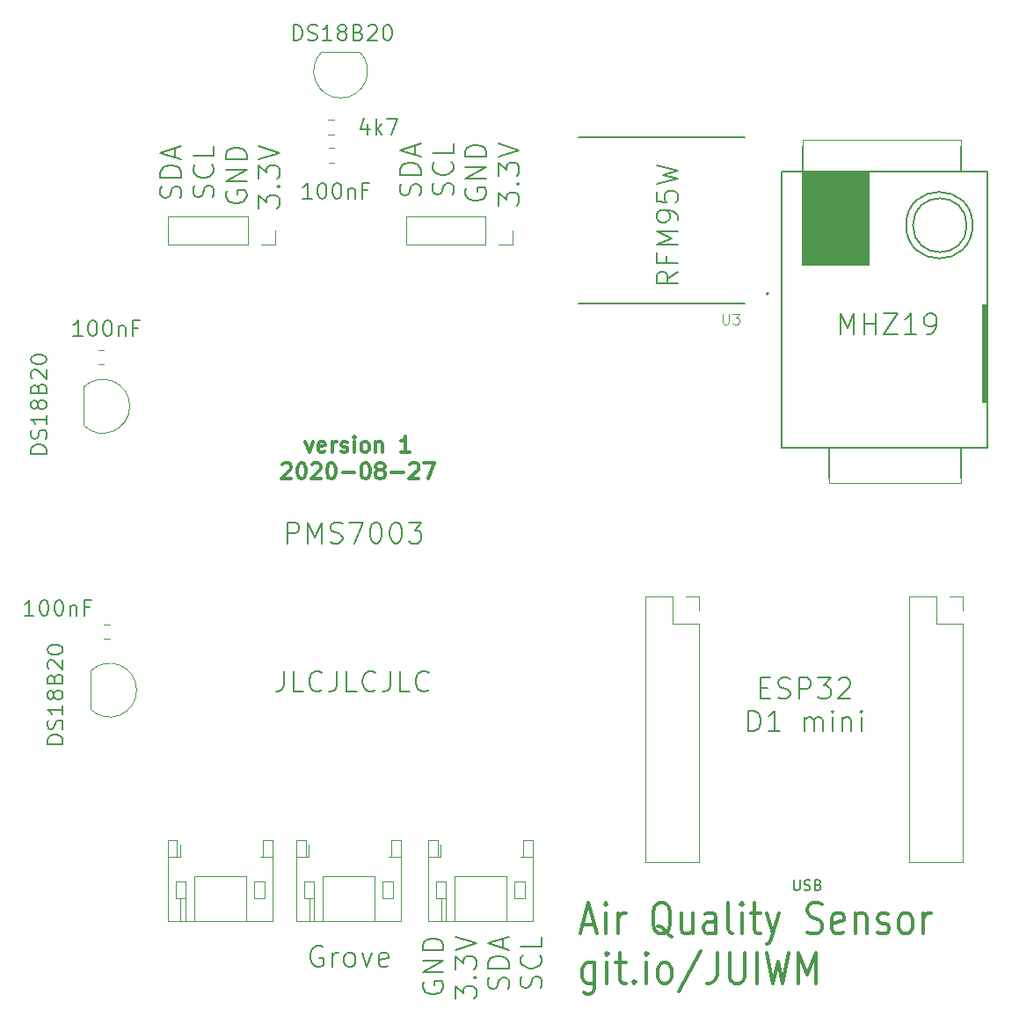
<source format=gbr>
%TF.GenerationSoftware,KiCad,Pcbnew,(5.1.6-0-10_14)*%
%TF.CreationDate,2020-08-27T22:21:12+02:00*%
%TF.ProjectId,airquality,61697271-7561-46c6-9974-792e6b696361,rev?*%
%TF.SameCoordinates,Original*%
%TF.FileFunction,Legend,Top*%
%TF.FilePolarity,Positive*%
%FSLAX46Y46*%
G04 Gerber Fmt 4.6, Leading zero omitted, Abs format (unit mm)*
G04 Created by KiCad (PCBNEW (5.1.6-0-10_14)) date 2020-08-27 22:21:12*
%MOMM*%
%LPD*%
G01*
G04 APERTURE LIST*
%ADD10C,0.300000*%
%ADD11C,0.150000*%
%ADD12C,0.120000*%
%ADD13C,0.200000*%
%ADD14C,0.127000*%
%ADD15C,0.100000*%
%ADD16C,0.015000*%
G04 APERTURE END LIST*
D10*
X129294571Y-101629171D02*
X129651714Y-102629171D01*
X130008857Y-101629171D01*
X131151714Y-102557742D02*
X131008857Y-102629171D01*
X130723142Y-102629171D01*
X130580285Y-102557742D01*
X130508857Y-102414885D01*
X130508857Y-101843457D01*
X130580285Y-101700600D01*
X130723142Y-101629171D01*
X131008857Y-101629171D01*
X131151714Y-101700600D01*
X131223142Y-101843457D01*
X131223142Y-101986314D01*
X130508857Y-102129171D01*
X131866000Y-102629171D02*
X131866000Y-101629171D01*
X131866000Y-101914885D02*
X131937428Y-101772028D01*
X132008857Y-101700600D01*
X132151714Y-101629171D01*
X132294571Y-101629171D01*
X132723142Y-102557742D02*
X132866000Y-102629171D01*
X133151714Y-102629171D01*
X133294571Y-102557742D01*
X133366000Y-102414885D01*
X133366000Y-102343457D01*
X133294571Y-102200600D01*
X133151714Y-102129171D01*
X132937428Y-102129171D01*
X132794571Y-102057742D01*
X132723142Y-101914885D01*
X132723142Y-101843457D01*
X132794571Y-101700600D01*
X132937428Y-101629171D01*
X133151714Y-101629171D01*
X133294571Y-101700600D01*
X134008857Y-102629171D02*
X134008857Y-101629171D01*
X134008857Y-101129171D02*
X133937428Y-101200600D01*
X134008857Y-101272028D01*
X134080285Y-101200600D01*
X134008857Y-101129171D01*
X134008857Y-101272028D01*
X134937428Y-102629171D02*
X134794571Y-102557742D01*
X134723142Y-102486314D01*
X134651714Y-102343457D01*
X134651714Y-101914885D01*
X134723142Y-101772028D01*
X134794571Y-101700600D01*
X134937428Y-101629171D01*
X135151714Y-101629171D01*
X135294571Y-101700600D01*
X135366000Y-101772028D01*
X135437428Y-101914885D01*
X135437428Y-102343457D01*
X135366000Y-102486314D01*
X135294571Y-102557742D01*
X135151714Y-102629171D01*
X134937428Y-102629171D01*
X136080285Y-101629171D02*
X136080285Y-102629171D01*
X136080285Y-101772028D02*
X136151714Y-101700600D01*
X136294571Y-101629171D01*
X136508857Y-101629171D01*
X136651714Y-101700600D01*
X136723142Y-101843457D01*
X136723142Y-102629171D01*
X139366000Y-102629171D02*
X138508857Y-102629171D01*
X138937428Y-102629171D02*
X138937428Y-101129171D01*
X138794571Y-101343457D01*
X138651714Y-101486314D01*
X138508857Y-101557742D01*
X127080285Y-103822028D02*
X127151714Y-103750600D01*
X127294571Y-103679171D01*
X127651714Y-103679171D01*
X127794571Y-103750600D01*
X127866000Y-103822028D01*
X127937428Y-103964885D01*
X127937428Y-104107742D01*
X127866000Y-104322028D01*
X127008857Y-105179171D01*
X127937428Y-105179171D01*
X128866000Y-103679171D02*
X129008857Y-103679171D01*
X129151714Y-103750600D01*
X129223142Y-103822028D01*
X129294571Y-103964885D01*
X129366000Y-104250600D01*
X129366000Y-104607742D01*
X129294571Y-104893457D01*
X129223142Y-105036314D01*
X129151714Y-105107742D01*
X129008857Y-105179171D01*
X128866000Y-105179171D01*
X128723142Y-105107742D01*
X128651714Y-105036314D01*
X128580285Y-104893457D01*
X128508857Y-104607742D01*
X128508857Y-104250600D01*
X128580285Y-103964885D01*
X128651714Y-103822028D01*
X128723142Y-103750600D01*
X128866000Y-103679171D01*
X129937428Y-103822028D02*
X130008857Y-103750600D01*
X130151714Y-103679171D01*
X130508857Y-103679171D01*
X130651714Y-103750600D01*
X130723142Y-103822028D01*
X130794571Y-103964885D01*
X130794571Y-104107742D01*
X130723142Y-104322028D01*
X129866000Y-105179171D01*
X130794571Y-105179171D01*
X131723142Y-103679171D02*
X131866000Y-103679171D01*
X132008857Y-103750600D01*
X132080285Y-103822028D01*
X132151714Y-103964885D01*
X132223142Y-104250600D01*
X132223142Y-104607742D01*
X132151714Y-104893457D01*
X132080285Y-105036314D01*
X132008857Y-105107742D01*
X131866000Y-105179171D01*
X131723142Y-105179171D01*
X131580285Y-105107742D01*
X131508857Y-105036314D01*
X131437428Y-104893457D01*
X131366000Y-104607742D01*
X131366000Y-104250600D01*
X131437428Y-103964885D01*
X131508857Y-103822028D01*
X131580285Y-103750600D01*
X131723142Y-103679171D01*
X132866000Y-104607742D02*
X134008857Y-104607742D01*
X135008857Y-103679171D02*
X135151714Y-103679171D01*
X135294571Y-103750600D01*
X135366000Y-103822028D01*
X135437428Y-103964885D01*
X135508857Y-104250600D01*
X135508857Y-104607742D01*
X135437428Y-104893457D01*
X135366000Y-105036314D01*
X135294571Y-105107742D01*
X135151714Y-105179171D01*
X135008857Y-105179171D01*
X134866000Y-105107742D01*
X134794571Y-105036314D01*
X134723142Y-104893457D01*
X134651714Y-104607742D01*
X134651714Y-104250600D01*
X134723142Y-103964885D01*
X134794571Y-103822028D01*
X134866000Y-103750600D01*
X135008857Y-103679171D01*
X136366000Y-104322028D02*
X136223142Y-104250600D01*
X136151714Y-104179171D01*
X136080285Y-104036314D01*
X136080285Y-103964885D01*
X136151714Y-103822028D01*
X136223142Y-103750600D01*
X136366000Y-103679171D01*
X136651714Y-103679171D01*
X136794571Y-103750600D01*
X136866000Y-103822028D01*
X136937428Y-103964885D01*
X136937428Y-104036314D01*
X136866000Y-104179171D01*
X136794571Y-104250600D01*
X136651714Y-104322028D01*
X136366000Y-104322028D01*
X136223142Y-104393457D01*
X136151714Y-104464885D01*
X136080285Y-104607742D01*
X136080285Y-104893457D01*
X136151714Y-105036314D01*
X136223142Y-105107742D01*
X136366000Y-105179171D01*
X136651714Y-105179171D01*
X136794571Y-105107742D01*
X136866000Y-105036314D01*
X136937428Y-104893457D01*
X136937428Y-104607742D01*
X136866000Y-104464885D01*
X136794571Y-104393457D01*
X136651714Y-104322028D01*
X137580285Y-104607742D02*
X138723142Y-104607742D01*
X139366000Y-103822028D02*
X139437428Y-103750600D01*
X139580285Y-103679171D01*
X139937428Y-103679171D01*
X140080285Y-103750600D01*
X140151714Y-103822028D01*
X140223142Y-103964885D01*
X140223142Y-104107742D01*
X140151714Y-104322028D01*
X139294571Y-105179171D01*
X140223142Y-105179171D01*
X140723142Y-103679171D02*
X141723142Y-103679171D01*
X141080285Y-105179171D01*
X155966790Y-148112400D02*
X157157266Y-148112400D01*
X155728695Y-148969542D02*
X156562028Y-145969542D01*
X157395361Y-148969542D01*
X158228695Y-148969542D02*
X158228695Y-146969542D01*
X158228695Y-145969542D02*
X158109647Y-146112400D01*
X158228695Y-146255257D01*
X158347742Y-146112400D01*
X158228695Y-145969542D01*
X158228695Y-146255257D01*
X159419171Y-148969542D02*
X159419171Y-146969542D01*
X159419171Y-147540971D02*
X159538219Y-147255257D01*
X159657266Y-147112400D01*
X159895361Y-146969542D01*
X160133457Y-146969542D01*
X164538219Y-149255257D02*
X164300123Y-149112400D01*
X164062028Y-148826685D01*
X163704885Y-148398114D01*
X163466790Y-148255257D01*
X163228695Y-148255257D01*
X163347742Y-148969542D02*
X163109647Y-148826685D01*
X162871552Y-148540971D01*
X162752504Y-147969542D01*
X162752504Y-146969542D01*
X162871552Y-146398114D01*
X163109647Y-146112400D01*
X163347742Y-145969542D01*
X163823933Y-145969542D01*
X164062028Y-146112400D01*
X164300123Y-146398114D01*
X164419171Y-146969542D01*
X164419171Y-147969542D01*
X164300123Y-148540971D01*
X164062028Y-148826685D01*
X163823933Y-148969542D01*
X163347742Y-148969542D01*
X166562028Y-146969542D02*
X166562028Y-148969542D01*
X165490600Y-146969542D02*
X165490600Y-148540971D01*
X165609647Y-148826685D01*
X165847742Y-148969542D01*
X166204885Y-148969542D01*
X166442980Y-148826685D01*
X166562028Y-148683828D01*
X168823933Y-148969542D02*
X168823933Y-147398114D01*
X168704885Y-147112400D01*
X168466790Y-146969542D01*
X167990600Y-146969542D01*
X167752504Y-147112400D01*
X168823933Y-148826685D02*
X168585838Y-148969542D01*
X167990600Y-148969542D01*
X167752504Y-148826685D01*
X167633457Y-148540971D01*
X167633457Y-148255257D01*
X167752504Y-147969542D01*
X167990600Y-147826685D01*
X168585838Y-147826685D01*
X168823933Y-147683828D01*
X170371552Y-148969542D02*
X170133457Y-148826685D01*
X170014409Y-148540971D01*
X170014409Y-145969542D01*
X171323933Y-148969542D02*
X171323933Y-146969542D01*
X171323933Y-145969542D02*
X171204885Y-146112400D01*
X171323933Y-146255257D01*
X171442980Y-146112400D01*
X171323933Y-145969542D01*
X171323933Y-146255257D01*
X172157266Y-146969542D02*
X173109647Y-146969542D01*
X172514409Y-145969542D02*
X172514409Y-148540971D01*
X172633457Y-148826685D01*
X172871552Y-148969542D01*
X173109647Y-148969542D01*
X173704885Y-146969542D02*
X174300123Y-148969542D01*
X174895361Y-146969542D02*
X174300123Y-148969542D01*
X174062028Y-149683828D01*
X173942980Y-149826685D01*
X173704885Y-149969542D01*
X177633457Y-148826685D02*
X177990600Y-148969542D01*
X178585838Y-148969542D01*
X178823933Y-148826685D01*
X178942980Y-148683828D01*
X179062028Y-148398114D01*
X179062028Y-148112400D01*
X178942980Y-147826685D01*
X178823933Y-147683828D01*
X178585838Y-147540971D01*
X178109647Y-147398114D01*
X177871552Y-147255257D01*
X177752504Y-147112400D01*
X177633457Y-146826685D01*
X177633457Y-146540971D01*
X177752504Y-146255257D01*
X177871552Y-146112400D01*
X178109647Y-145969542D01*
X178704885Y-145969542D01*
X179062028Y-146112400D01*
X181085838Y-148826685D02*
X180847742Y-148969542D01*
X180371552Y-148969542D01*
X180133457Y-148826685D01*
X180014409Y-148540971D01*
X180014409Y-147398114D01*
X180133457Y-147112400D01*
X180371552Y-146969542D01*
X180847742Y-146969542D01*
X181085838Y-147112400D01*
X181204885Y-147398114D01*
X181204885Y-147683828D01*
X180014409Y-147969542D01*
X182276314Y-146969542D02*
X182276314Y-148969542D01*
X182276314Y-147255257D02*
X182395361Y-147112400D01*
X182633457Y-146969542D01*
X182990600Y-146969542D01*
X183228695Y-147112400D01*
X183347742Y-147398114D01*
X183347742Y-148969542D01*
X184419171Y-148826685D02*
X184657266Y-148969542D01*
X185133457Y-148969542D01*
X185371552Y-148826685D01*
X185490600Y-148540971D01*
X185490600Y-148398114D01*
X185371552Y-148112400D01*
X185133457Y-147969542D01*
X184776314Y-147969542D01*
X184538219Y-147826685D01*
X184419171Y-147540971D01*
X184419171Y-147398114D01*
X184538219Y-147112400D01*
X184776314Y-146969542D01*
X185133457Y-146969542D01*
X185371552Y-147112400D01*
X186919171Y-148969542D02*
X186681076Y-148826685D01*
X186562028Y-148683828D01*
X186442980Y-148398114D01*
X186442980Y-147540971D01*
X186562028Y-147255257D01*
X186681076Y-147112400D01*
X186919171Y-146969542D01*
X187276314Y-146969542D01*
X187514409Y-147112400D01*
X187633457Y-147255257D01*
X187752504Y-147540971D01*
X187752504Y-148398114D01*
X187633457Y-148683828D01*
X187514409Y-148826685D01*
X187276314Y-148969542D01*
X186919171Y-148969542D01*
X188823933Y-148969542D02*
X188823933Y-146969542D01*
X188823933Y-147540971D02*
X188942980Y-147255257D01*
X189062028Y-147112400D01*
X189300123Y-146969542D01*
X189538219Y-146969542D01*
X157157266Y-151769542D02*
X157157266Y-154198114D01*
X157038219Y-154483828D01*
X156919171Y-154626685D01*
X156681076Y-154769542D01*
X156323933Y-154769542D01*
X156085838Y-154626685D01*
X157157266Y-153626685D02*
X156919171Y-153769542D01*
X156442980Y-153769542D01*
X156204885Y-153626685D01*
X156085838Y-153483828D01*
X155966790Y-153198114D01*
X155966790Y-152340971D01*
X156085838Y-152055257D01*
X156204885Y-151912400D01*
X156442980Y-151769542D01*
X156919171Y-151769542D01*
X157157266Y-151912400D01*
X158347742Y-153769542D02*
X158347742Y-151769542D01*
X158347742Y-150769542D02*
X158228695Y-150912400D01*
X158347742Y-151055257D01*
X158466790Y-150912400D01*
X158347742Y-150769542D01*
X158347742Y-151055257D01*
X159181076Y-151769542D02*
X160133457Y-151769542D01*
X159538219Y-150769542D02*
X159538219Y-153340971D01*
X159657266Y-153626685D01*
X159895361Y-153769542D01*
X160133457Y-153769542D01*
X160966790Y-153483828D02*
X161085838Y-153626685D01*
X160966790Y-153769542D01*
X160847742Y-153626685D01*
X160966790Y-153483828D01*
X160966790Y-153769542D01*
X162157266Y-153769542D02*
X162157266Y-151769542D01*
X162157266Y-150769542D02*
X162038219Y-150912400D01*
X162157266Y-151055257D01*
X162276314Y-150912400D01*
X162157266Y-150769542D01*
X162157266Y-151055257D01*
X163704885Y-153769542D02*
X163466790Y-153626685D01*
X163347742Y-153483828D01*
X163228695Y-153198114D01*
X163228695Y-152340971D01*
X163347742Y-152055257D01*
X163466790Y-151912400D01*
X163704885Y-151769542D01*
X164062028Y-151769542D01*
X164300123Y-151912400D01*
X164419171Y-152055257D01*
X164538219Y-152340971D01*
X164538219Y-153198114D01*
X164419171Y-153483828D01*
X164300123Y-153626685D01*
X164062028Y-153769542D01*
X163704885Y-153769542D01*
X167395361Y-150626685D02*
X165252504Y-154483828D01*
X168942980Y-150769542D02*
X168942980Y-152912400D01*
X168823933Y-153340971D01*
X168585838Y-153626685D01*
X168228695Y-153769542D01*
X167990600Y-153769542D01*
X170133457Y-150769542D02*
X170133457Y-153198114D01*
X170252504Y-153483828D01*
X170371552Y-153626685D01*
X170609647Y-153769542D01*
X171085838Y-153769542D01*
X171323933Y-153626685D01*
X171442980Y-153483828D01*
X171562028Y-153198114D01*
X171562028Y-150769542D01*
X172752504Y-153769542D02*
X172752504Y-150769542D01*
X173704885Y-150769542D02*
X174300123Y-153769542D01*
X174776314Y-151626685D01*
X175252504Y-153769542D01*
X175847742Y-150769542D01*
X176800123Y-153769542D02*
X176800123Y-150769542D01*
X177633457Y-152912400D01*
X178466790Y-150769542D01*
X178466790Y-153769542D01*
D11*
X176334895Y-143775180D02*
X176334895Y-144584704D01*
X176382514Y-144679942D01*
X176430133Y-144727561D01*
X176525371Y-144775180D01*
X176715847Y-144775180D01*
X176811085Y-144727561D01*
X176858704Y-144679942D01*
X176906323Y-144584704D01*
X176906323Y-143775180D01*
X177334895Y-144727561D02*
X177477752Y-144775180D01*
X177715847Y-144775180D01*
X177811085Y-144727561D01*
X177858704Y-144679942D01*
X177906323Y-144584704D01*
X177906323Y-144489466D01*
X177858704Y-144394228D01*
X177811085Y-144346609D01*
X177715847Y-144298990D01*
X177525371Y-144251371D01*
X177430133Y-144203752D01*
X177382514Y-144156133D01*
X177334895Y-144060895D01*
X177334895Y-143965657D01*
X177382514Y-143870419D01*
X177430133Y-143822800D01*
X177525371Y-143775180D01*
X177763466Y-143775180D01*
X177906323Y-143822800D01*
X178668228Y-144251371D02*
X178811085Y-144298990D01*
X178858704Y-144346609D01*
X178906323Y-144441847D01*
X178906323Y-144584704D01*
X178858704Y-144679942D01*
X178811085Y-144727561D01*
X178715847Y-144775180D01*
X178334895Y-144775180D01*
X178334895Y-143775180D01*
X178668228Y-143775180D01*
X178763466Y-143822800D01*
X178811085Y-143870419D01*
X178858704Y-143965657D01*
X178858704Y-144060895D01*
X178811085Y-144156133D01*
X178763466Y-144203752D01*
X178668228Y-144251371D01*
X178334895Y-144251371D01*
X127191333Y-123669561D02*
X127191333Y-125098133D01*
X127096095Y-125383847D01*
X126905619Y-125574323D01*
X126619904Y-125669561D01*
X126429428Y-125669561D01*
X129096095Y-125669561D02*
X128143714Y-125669561D01*
X128143714Y-123669561D01*
X130905619Y-125479085D02*
X130810380Y-125574323D01*
X130524666Y-125669561D01*
X130334190Y-125669561D01*
X130048476Y-125574323D01*
X129858000Y-125383847D01*
X129762761Y-125193371D01*
X129667523Y-124812419D01*
X129667523Y-124526704D01*
X129762761Y-124145752D01*
X129858000Y-123955276D01*
X130048476Y-123764800D01*
X130334190Y-123669561D01*
X130524666Y-123669561D01*
X130810380Y-123764800D01*
X130905619Y-123860038D01*
X132334190Y-123669561D02*
X132334190Y-125098133D01*
X132238952Y-125383847D01*
X132048476Y-125574323D01*
X131762761Y-125669561D01*
X131572285Y-125669561D01*
X134238952Y-125669561D02*
X133286571Y-125669561D01*
X133286571Y-123669561D01*
X136048476Y-125479085D02*
X135953238Y-125574323D01*
X135667523Y-125669561D01*
X135477047Y-125669561D01*
X135191333Y-125574323D01*
X135000857Y-125383847D01*
X134905619Y-125193371D01*
X134810380Y-124812419D01*
X134810380Y-124526704D01*
X134905619Y-124145752D01*
X135000857Y-123955276D01*
X135191333Y-123764800D01*
X135477047Y-123669561D01*
X135667523Y-123669561D01*
X135953238Y-123764800D01*
X136048476Y-123860038D01*
X137477047Y-123669561D02*
X137477047Y-125098133D01*
X137381809Y-125383847D01*
X137191333Y-125574323D01*
X136905619Y-125669561D01*
X136715142Y-125669561D01*
X139381809Y-125669561D02*
X138429428Y-125669561D01*
X138429428Y-123669561D01*
X141191333Y-125479085D02*
X141096095Y-125574323D01*
X140810380Y-125669561D01*
X140619904Y-125669561D01*
X140334190Y-125574323D01*
X140143714Y-125383847D01*
X140048476Y-125193371D01*
X139953238Y-124812419D01*
X139953238Y-124526704D01*
X140048476Y-124145752D01*
X140143714Y-123955276D01*
X140334190Y-123764800D01*
X140619904Y-123669561D01*
X140810380Y-123669561D01*
X141096095Y-123764800D01*
X141191333Y-123860038D01*
X127531028Y-111394761D02*
X127531028Y-109394761D01*
X128292933Y-109394761D01*
X128483409Y-109490000D01*
X128578647Y-109585238D01*
X128673885Y-109775714D01*
X128673885Y-110061428D01*
X128578647Y-110251904D01*
X128483409Y-110347142D01*
X128292933Y-110442380D01*
X127531028Y-110442380D01*
X129531028Y-111394761D02*
X129531028Y-109394761D01*
X130197695Y-110823333D01*
X130864361Y-109394761D01*
X130864361Y-111394761D01*
X131721504Y-111299523D02*
X132007219Y-111394761D01*
X132483409Y-111394761D01*
X132673885Y-111299523D01*
X132769123Y-111204285D01*
X132864361Y-111013809D01*
X132864361Y-110823333D01*
X132769123Y-110632857D01*
X132673885Y-110537619D01*
X132483409Y-110442380D01*
X132102457Y-110347142D01*
X131911980Y-110251904D01*
X131816742Y-110156666D01*
X131721504Y-109966190D01*
X131721504Y-109775714D01*
X131816742Y-109585238D01*
X131911980Y-109490000D01*
X132102457Y-109394761D01*
X132578647Y-109394761D01*
X132864361Y-109490000D01*
X133531028Y-109394761D02*
X134864361Y-109394761D01*
X134007219Y-111394761D01*
X136007219Y-109394761D02*
X136197695Y-109394761D01*
X136388171Y-109490000D01*
X136483409Y-109585238D01*
X136578647Y-109775714D01*
X136673885Y-110156666D01*
X136673885Y-110632857D01*
X136578647Y-111013809D01*
X136483409Y-111204285D01*
X136388171Y-111299523D01*
X136197695Y-111394761D01*
X136007219Y-111394761D01*
X135816742Y-111299523D01*
X135721504Y-111204285D01*
X135626266Y-111013809D01*
X135531028Y-110632857D01*
X135531028Y-110156666D01*
X135626266Y-109775714D01*
X135721504Y-109585238D01*
X135816742Y-109490000D01*
X136007219Y-109394761D01*
X137911980Y-109394761D02*
X138102457Y-109394761D01*
X138292933Y-109490000D01*
X138388171Y-109585238D01*
X138483409Y-109775714D01*
X138578647Y-110156666D01*
X138578647Y-110632857D01*
X138483409Y-111013809D01*
X138388171Y-111204285D01*
X138292933Y-111299523D01*
X138102457Y-111394761D01*
X137911980Y-111394761D01*
X137721504Y-111299523D01*
X137626266Y-111204285D01*
X137531028Y-111013809D01*
X137435790Y-110632857D01*
X137435790Y-110156666D01*
X137531028Y-109775714D01*
X137626266Y-109585238D01*
X137721504Y-109490000D01*
X137911980Y-109394761D01*
X139245314Y-109394761D02*
X140483409Y-109394761D01*
X139816742Y-110156666D01*
X140102457Y-110156666D01*
X140292933Y-110251904D01*
X140388171Y-110347142D01*
X140483409Y-110537619D01*
X140483409Y-111013809D01*
X140388171Y-111204285D01*
X140292933Y-111299523D01*
X140102457Y-111394761D01*
X139531028Y-111394761D01*
X139340552Y-111299523D01*
X139245314Y-111204285D01*
X180797771Y-91277961D02*
X180797771Y-89277961D01*
X181464438Y-90706533D01*
X182131104Y-89277961D01*
X182131104Y-91277961D01*
X183083485Y-91277961D02*
X183083485Y-89277961D01*
X183083485Y-90230342D02*
X184226342Y-90230342D01*
X184226342Y-91277961D02*
X184226342Y-89277961D01*
X184988247Y-89277961D02*
X186321580Y-89277961D01*
X184988247Y-91277961D01*
X186321580Y-91277961D01*
X188131104Y-91277961D02*
X186988247Y-91277961D01*
X187559676Y-91277961D02*
X187559676Y-89277961D01*
X187369200Y-89563676D01*
X187178723Y-89754152D01*
X186988247Y-89849390D01*
X189083485Y-91277961D02*
X189464438Y-91277961D01*
X189654914Y-91182723D01*
X189750152Y-91087485D01*
X189940628Y-90801771D01*
X190035866Y-90420819D01*
X190035866Y-89658914D01*
X189940628Y-89468438D01*
X189845390Y-89373200D01*
X189654914Y-89277961D01*
X189273961Y-89277961D01*
X189083485Y-89373200D01*
X188988247Y-89468438D01*
X188893009Y-89658914D01*
X188893009Y-90135104D01*
X188988247Y-90325580D01*
X189083485Y-90420819D01*
X189273961Y-90516057D01*
X189654914Y-90516057D01*
X189845390Y-90420819D01*
X189940628Y-90325580D01*
X190035866Y-90135104D01*
X165141161Y-85251371D02*
X164188780Y-85918038D01*
X165141161Y-86394228D02*
X163141161Y-86394228D01*
X163141161Y-85632323D01*
X163236400Y-85441847D01*
X163331638Y-85346609D01*
X163522114Y-85251371D01*
X163807828Y-85251371D01*
X163998304Y-85346609D01*
X164093542Y-85441847D01*
X164188780Y-85632323D01*
X164188780Y-86394228D01*
X164093542Y-83727561D02*
X164093542Y-84394228D01*
X165141161Y-84394228D02*
X163141161Y-84394228D01*
X163141161Y-83441847D01*
X165141161Y-82679942D02*
X163141161Y-82679942D01*
X164569733Y-82013276D01*
X163141161Y-81346609D01*
X165141161Y-81346609D01*
X165141161Y-80298990D02*
X165141161Y-79918038D01*
X165045923Y-79727561D01*
X164950685Y-79632323D01*
X164664971Y-79441847D01*
X164284019Y-79346609D01*
X163522114Y-79346609D01*
X163331638Y-79441847D01*
X163236400Y-79537085D01*
X163141161Y-79727561D01*
X163141161Y-80108514D01*
X163236400Y-80298990D01*
X163331638Y-80394228D01*
X163522114Y-80489466D01*
X163998304Y-80489466D01*
X164188780Y-80394228D01*
X164284019Y-80298990D01*
X164379257Y-80108514D01*
X164379257Y-79727561D01*
X164284019Y-79537085D01*
X164188780Y-79441847D01*
X163998304Y-79346609D01*
X163141161Y-77537085D02*
X163141161Y-78489466D01*
X164093542Y-78584704D01*
X163998304Y-78489466D01*
X163903066Y-78298990D01*
X163903066Y-77822800D01*
X163998304Y-77632323D01*
X164093542Y-77537085D01*
X164284019Y-77441847D01*
X164760209Y-77441847D01*
X164950685Y-77537085D01*
X165045923Y-77632323D01*
X165141161Y-77822800D01*
X165141161Y-78298990D01*
X165045923Y-78489466D01*
X164950685Y-78584704D01*
X163141161Y-76775180D02*
X165141161Y-76298990D01*
X163712590Y-75918038D01*
X165141161Y-75537085D01*
X163141161Y-75060895D01*
X135311485Y-71052571D02*
X135311485Y-72052571D01*
X134954342Y-70481142D02*
X134597200Y-71552571D01*
X135525771Y-71552571D01*
X136097200Y-72052571D02*
X136097200Y-70552571D01*
X136240057Y-71481142D02*
X136668628Y-72052571D01*
X136668628Y-71052571D02*
X136097200Y-71624000D01*
X137168628Y-70552571D02*
X138168628Y-70552571D01*
X137525771Y-72052571D01*
X129910971Y-78199371D02*
X129053828Y-78199371D01*
X129482400Y-78199371D02*
X129482400Y-76699371D01*
X129339542Y-76913657D01*
X129196685Y-77056514D01*
X129053828Y-77127942D01*
X130839542Y-76699371D02*
X130982400Y-76699371D01*
X131125257Y-76770800D01*
X131196685Y-76842228D01*
X131268114Y-76985085D01*
X131339542Y-77270800D01*
X131339542Y-77627942D01*
X131268114Y-77913657D01*
X131196685Y-78056514D01*
X131125257Y-78127942D01*
X130982400Y-78199371D01*
X130839542Y-78199371D01*
X130696685Y-78127942D01*
X130625257Y-78056514D01*
X130553828Y-77913657D01*
X130482400Y-77627942D01*
X130482400Y-77270800D01*
X130553828Y-76985085D01*
X130625257Y-76842228D01*
X130696685Y-76770800D01*
X130839542Y-76699371D01*
X132268114Y-76699371D02*
X132410971Y-76699371D01*
X132553828Y-76770800D01*
X132625257Y-76842228D01*
X132696685Y-76985085D01*
X132768114Y-77270800D01*
X132768114Y-77627942D01*
X132696685Y-77913657D01*
X132625257Y-78056514D01*
X132553828Y-78127942D01*
X132410971Y-78199371D01*
X132268114Y-78199371D01*
X132125257Y-78127942D01*
X132053828Y-78056514D01*
X131982400Y-77913657D01*
X131910971Y-77627942D01*
X131910971Y-77270800D01*
X131982400Y-76985085D01*
X132053828Y-76842228D01*
X132125257Y-76770800D01*
X132268114Y-76699371D01*
X133410971Y-77199371D02*
X133410971Y-78199371D01*
X133410971Y-77342228D02*
X133482400Y-77270800D01*
X133625257Y-77199371D01*
X133839542Y-77199371D01*
X133982400Y-77270800D01*
X134053828Y-77413657D01*
X134053828Y-78199371D01*
X135268114Y-77413657D02*
X134768114Y-77413657D01*
X134768114Y-78199371D02*
X134768114Y-76699371D01*
X135482400Y-76699371D01*
X103139371Y-118331371D02*
X102282228Y-118331371D01*
X102710800Y-118331371D02*
X102710800Y-116831371D01*
X102567942Y-117045657D01*
X102425085Y-117188514D01*
X102282228Y-117259942D01*
X104067942Y-116831371D02*
X104210800Y-116831371D01*
X104353657Y-116902800D01*
X104425085Y-116974228D01*
X104496514Y-117117085D01*
X104567942Y-117402800D01*
X104567942Y-117759942D01*
X104496514Y-118045657D01*
X104425085Y-118188514D01*
X104353657Y-118259942D01*
X104210800Y-118331371D01*
X104067942Y-118331371D01*
X103925085Y-118259942D01*
X103853657Y-118188514D01*
X103782228Y-118045657D01*
X103710800Y-117759942D01*
X103710800Y-117402800D01*
X103782228Y-117117085D01*
X103853657Y-116974228D01*
X103925085Y-116902800D01*
X104067942Y-116831371D01*
X105496514Y-116831371D02*
X105639371Y-116831371D01*
X105782228Y-116902800D01*
X105853657Y-116974228D01*
X105925085Y-117117085D01*
X105996514Y-117402800D01*
X105996514Y-117759942D01*
X105925085Y-118045657D01*
X105853657Y-118188514D01*
X105782228Y-118259942D01*
X105639371Y-118331371D01*
X105496514Y-118331371D01*
X105353657Y-118259942D01*
X105282228Y-118188514D01*
X105210800Y-118045657D01*
X105139371Y-117759942D01*
X105139371Y-117402800D01*
X105210800Y-117117085D01*
X105282228Y-116974228D01*
X105353657Y-116902800D01*
X105496514Y-116831371D01*
X106639371Y-117331371D02*
X106639371Y-118331371D01*
X106639371Y-117474228D02*
X106710800Y-117402800D01*
X106853657Y-117331371D01*
X107067942Y-117331371D01*
X107210800Y-117402800D01*
X107282228Y-117545657D01*
X107282228Y-118331371D01*
X108496514Y-117545657D02*
X107996514Y-117545657D01*
X107996514Y-118331371D02*
X107996514Y-116831371D01*
X108710800Y-116831371D01*
X107812971Y-91458171D02*
X106955828Y-91458171D01*
X107384400Y-91458171D02*
X107384400Y-89958171D01*
X107241542Y-90172457D01*
X107098685Y-90315314D01*
X106955828Y-90386742D01*
X108741542Y-89958171D02*
X108884400Y-89958171D01*
X109027257Y-90029600D01*
X109098685Y-90101028D01*
X109170114Y-90243885D01*
X109241542Y-90529600D01*
X109241542Y-90886742D01*
X109170114Y-91172457D01*
X109098685Y-91315314D01*
X109027257Y-91386742D01*
X108884400Y-91458171D01*
X108741542Y-91458171D01*
X108598685Y-91386742D01*
X108527257Y-91315314D01*
X108455828Y-91172457D01*
X108384400Y-90886742D01*
X108384400Y-90529600D01*
X108455828Y-90243885D01*
X108527257Y-90101028D01*
X108598685Y-90029600D01*
X108741542Y-89958171D01*
X110170114Y-89958171D02*
X110312971Y-89958171D01*
X110455828Y-90029600D01*
X110527257Y-90101028D01*
X110598685Y-90243885D01*
X110670114Y-90529600D01*
X110670114Y-90886742D01*
X110598685Y-91172457D01*
X110527257Y-91315314D01*
X110455828Y-91386742D01*
X110312971Y-91458171D01*
X110170114Y-91458171D01*
X110027257Y-91386742D01*
X109955828Y-91315314D01*
X109884400Y-91172457D01*
X109812971Y-90886742D01*
X109812971Y-90529600D01*
X109884400Y-90243885D01*
X109955828Y-90101028D01*
X110027257Y-90029600D01*
X110170114Y-89958171D01*
X111312971Y-90458171D02*
X111312971Y-91458171D01*
X111312971Y-90601028D02*
X111384400Y-90529600D01*
X111527257Y-90458171D01*
X111741542Y-90458171D01*
X111884400Y-90529600D01*
X111955828Y-90672457D01*
X111955828Y-91458171D01*
X113170114Y-90672457D02*
X112670114Y-90672457D01*
X112670114Y-91458171D02*
X112670114Y-89958171D01*
X113384400Y-89958171D01*
X128127714Y-63010171D02*
X128127714Y-61510171D01*
X128484857Y-61510171D01*
X128699142Y-61581600D01*
X128842000Y-61724457D01*
X128913428Y-61867314D01*
X128984857Y-62153028D01*
X128984857Y-62367314D01*
X128913428Y-62653028D01*
X128842000Y-62795885D01*
X128699142Y-62938742D01*
X128484857Y-63010171D01*
X128127714Y-63010171D01*
X129556285Y-62938742D02*
X129770571Y-63010171D01*
X130127714Y-63010171D01*
X130270571Y-62938742D01*
X130342000Y-62867314D01*
X130413428Y-62724457D01*
X130413428Y-62581600D01*
X130342000Y-62438742D01*
X130270571Y-62367314D01*
X130127714Y-62295885D01*
X129842000Y-62224457D01*
X129699142Y-62153028D01*
X129627714Y-62081600D01*
X129556285Y-61938742D01*
X129556285Y-61795885D01*
X129627714Y-61653028D01*
X129699142Y-61581600D01*
X129842000Y-61510171D01*
X130199142Y-61510171D01*
X130413428Y-61581600D01*
X131842000Y-63010171D02*
X130984857Y-63010171D01*
X131413428Y-63010171D02*
X131413428Y-61510171D01*
X131270571Y-61724457D01*
X131127714Y-61867314D01*
X130984857Y-61938742D01*
X132699142Y-62153028D02*
X132556285Y-62081600D01*
X132484857Y-62010171D01*
X132413428Y-61867314D01*
X132413428Y-61795885D01*
X132484857Y-61653028D01*
X132556285Y-61581600D01*
X132699142Y-61510171D01*
X132984857Y-61510171D01*
X133127714Y-61581600D01*
X133199142Y-61653028D01*
X133270571Y-61795885D01*
X133270571Y-61867314D01*
X133199142Y-62010171D01*
X133127714Y-62081600D01*
X132984857Y-62153028D01*
X132699142Y-62153028D01*
X132556285Y-62224457D01*
X132484857Y-62295885D01*
X132413428Y-62438742D01*
X132413428Y-62724457D01*
X132484857Y-62867314D01*
X132556285Y-62938742D01*
X132699142Y-63010171D01*
X132984857Y-63010171D01*
X133127714Y-62938742D01*
X133199142Y-62867314D01*
X133270571Y-62724457D01*
X133270571Y-62438742D01*
X133199142Y-62295885D01*
X133127714Y-62224457D01*
X132984857Y-62153028D01*
X134413428Y-62224457D02*
X134627714Y-62295885D01*
X134699142Y-62367314D01*
X134770571Y-62510171D01*
X134770571Y-62724457D01*
X134699142Y-62867314D01*
X134627714Y-62938742D01*
X134484857Y-63010171D01*
X133913428Y-63010171D01*
X133913428Y-61510171D01*
X134413428Y-61510171D01*
X134556285Y-61581600D01*
X134627714Y-61653028D01*
X134699142Y-61795885D01*
X134699142Y-61938742D01*
X134627714Y-62081600D01*
X134556285Y-62153028D01*
X134413428Y-62224457D01*
X133913428Y-62224457D01*
X135342000Y-61653028D02*
X135413428Y-61581600D01*
X135556285Y-61510171D01*
X135913428Y-61510171D01*
X136056285Y-61581600D01*
X136127714Y-61653028D01*
X136199142Y-61795885D01*
X136199142Y-61938742D01*
X136127714Y-62153028D01*
X135270571Y-63010171D01*
X136199142Y-63010171D01*
X137127714Y-61510171D02*
X137270571Y-61510171D01*
X137413428Y-61581600D01*
X137484857Y-61653028D01*
X137556285Y-61795885D01*
X137627714Y-62081600D01*
X137627714Y-62438742D01*
X137556285Y-62724457D01*
X137484857Y-62867314D01*
X137413428Y-62938742D01*
X137270571Y-63010171D01*
X137127714Y-63010171D01*
X136984857Y-62938742D01*
X136913428Y-62867314D01*
X136842000Y-62724457D01*
X136770571Y-62438742D01*
X136770571Y-62081600D01*
X136842000Y-61795885D01*
X136913428Y-61653028D01*
X136984857Y-61581600D01*
X137127714Y-61510171D01*
X104361371Y-102758285D02*
X102861371Y-102758285D01*
X102861371Y-102401142D01*
X102932800Y-102186857D01*
X103075657Y-102044000D01*
X103218514Y-101972571D01*
X103504228Y-101901142D01*
X103718514Y-101901142D01*
X104004228Y-101972571D01*
X104147085Y-102044000D01*
X104289942Y-102186857D01*
X104361371Y-102401142D01*
X104361371Y-102758285D01*
X104289942Y-101329714D02*
X104361371Y-101115428D01*
X104361371Y-100758285D01*
X104289942Y-100615428D01*
X104218514Y-100544000D01*
X104075657Y-100472571D01*
X103932800Y-100472571D01*
X103789942Y-100544000D01*
X103718514Y-100615428D01*
X103647085Y-100758285D01*
X103575657Y-101044000D01*
X103504228Y-101186857D01*
X103432800Y-101258285D01*
X103289942Y-101329714D01*
X103147085Y-101329714D01*
X103004228Y-101258285D01*
X102932800Y-101186857D01*
X102861371Y-101044000D01*
X102861371Y-100686857D01*
X102932800Y-100472571D01*
X104361371Y-99044000D02*
X104361371Y-99901142D01*
X104361371Y-99472571D02*
X102861371Y-99472571D01*
X103075657Y-99615428D01*
X103218514Y-99758285D01*
X103289942Y-99901142D01*
X103504228Y-98186857D02*
X103432800Y-98329714D01*
X103361371Y-98401142D01*
X103218514Y-98472571D01*
X103147085Y-98472571D01*
X103004228Y-98401142D01*
X102932800Y-98329714D01*
X102861371Y-98186857D01*
X102861371Y-97901142D01*
X102932800Y-97758285D01*
X103004228Y-97686857D01*
X103147085Y-97615428D01*
X103218514Y-97615428D01*
X103361371Y-97686857D01*
X103432800Y-97758285D01*
X103504228Y-97901142D01*
X103504228Y-98186857D01*
X103575657Y-98329714D01*
X103647085Y-98401142D01*
X103789942Y-98472571D01*
X104075657Y-98472571D01*
X104218514Y-98401142D01*
X104289942Y-98329714D01*
X104361371Y-98186857D01*
X104361371Y-97901142D01*
X104289942Y-97758285D01*
X104218514Y-97686857D01*
X104075657Y-97615428D01*
X103789942Y-97615428D01*
X103647085Y-97686857D01*
X103575657Y-97758285D01*
X103504228Y-97901142D01*
X103575657Y-96472571D02*
X103647085Y-96258285D01*
X103718514Y-96186857D01*
X103861371Y-96115428D01*
X104075657Y-96115428D01*
X104218514Y-96186857D01*
X104289942Y-96258285D01*
X104361371Y-96401142D01*
X104361371Y-96972571D01*
X102861371Y-96972571D01*
X102861371Y-96472571D01*
X102932800Y-96329714D01*
X103004228Y-96258285D01*
X103147085Y-96186857D01*
X103289942Y-96186857D01*
X103432800Y-96258285D01*
X103504228Y-96329714D01*
X103575657Y-96472571D01*
X103575657Y-96972571D01*
X103004228Y-95544000D02*
X102932800Y-95472571D01*
X102861371Y-95329714D01*
X102861371Y-94972571D01*
X102932800Y-94829714D01*
X103004228Y-94758285D01*
X103147085Y-94686857D01*
X103289942Y-94686857D01*
X103504228Y-94758285D01*
X104361371Y-95615428D01*
X104361371Y-94686857D01*
X102861371Y-93758285D02*
X102861371Y-93615428D01*
X102932800Y-93472571D01*
X103004228Y-93401142D01*
X103147085Y-93329714D01*
X103432800Y-93258285D01*
X103789942Y-93258285D01*
X104075657Y-93329714D01*
X104218514Y-93401142D01*
X104289942Y-93472571D01*
X104361371Y-93615428D01*
X104361371Y-93758285D01*
X104289942Y-93901142D01*
X104218514Y-93972571D01*
X104075657Y-94044000D01*
X103789942Y-94115428D01*
X103432800Y-94115428D01*
X103147085Y-94044000D01*
X103004228Y-93972571D01*
X102932800Y-93901142D01*
X102861371Y-93758285D01*
X105936171Y-130698285D02*
X104436171Y-130698285D01*
X104436171Y-130341142D01*
X104507600Y-130126857D01*
X104650457Y-129984000D01*
X104793314Y-129912571D01*
X105079028Y-129841142D01*
X105293314Y-129841142D01*
X105579028Y-129912571D01*
X105721885Y-129984000D01*
X105864742Y-130126857D01*
X105936171Y-130341142D01*
X105936171Y-130698285D01*
X105864742Y-129269714D02*
X105936171Y-129055428D01*
X105936171Y-128698285D01*
X105864742Y-128555428D01*
X105793314Y-128484000D01*
X105650457Y-128412571D01*
X105507600Y-128412571D01*
X105364742Y-128484000D01*
X105293314Y-128555428D01*
X105221885Y-128698285D01*
X105150457Y-128984000D01*
X105079028Y-129126857D01*
X105007600Y-129198285D01*
X104864742Y-129269714D01*
X104721885Y-129269714D01*
X104579028Y-129198285D01*
X104507600Y-129126857D01*
X104436171Y-128984000D01*
X104436171Y-128626857D01*
X104507600Y-128412571D01*
X105936171Y-126984000D02*
X105936171Y-127841142D01*
X105936171Y-127412571D02*
X104436171Y-127412571D01*
X104650457Y-127555428D01*
X104793314Y-127698285D01*
X104864742Y-127841142D01*
X105079028Y-126126857D02*
X105007600Y-126269714D01*
X104936171Y-126341142D01*
X104793314Y-126412571D01*
X104721885Y-126412571D01*
X104579028Y-126341142D01*
X104507600Y-126269714D01*
X104436171Y-126126857D01*
X104436171Y-125841142D01*
X104507600Y-125698285D01*
X104579028Y-125626857D01*
X104721885Y-125555428D01*
X104793314Y-125555428D01*
X104936171Y-125626857D01*
X105007600Y-125698285D01*
X105079028Y-125841142D01*
X105079028Y-126126857D01*
X105150457Y-126269714D01*
X105221885Y-126341142D01*
X105364742Y-126412571D01*
X105650457Y-126412571D01*
X105793314Y-126341142D01*
X105864742Y-126269714D01*
X105936171Y-126126857D01*
X105936171Y-125841142D01*
X105864742Y-125698285D01*
X105793314Y-125626857D01*
X105650457Y-125555428D01*
X105364742Y-125555428D01*
X105221885Y-125626857D01*
X105150457Y-125698285D01*
X105079028Y-125841142D01*
X105150457Y-124412571D02*
X105221885Y-124198285D01*
X105293314Y-124126857D01*
X105436171Y-124055428D01*
X105650457Y-124055428D01*
X105793314Y-124126857D01*
X105864742Y-124198285D01*
X105936171Y-124341142D01*
X105936171Y-124912571D01*
X104436171Y-124912571D01*
X104436171Y-124412571D01*
X104507600Y-124269714D01*
X104579028Y-124198285D01*
X104721885Y-124126857D01*
X104864742Y-124126857D01*
X105007600Y-124198285D01*
X105079028Y-124269714D01*
X105150457Y-124412571D01*
X105150457Y-124912571D01*
X104579028Y-123484000D02*
X104507600Y-123412571D01*
X104436171Y-123269714D01*
X104436171Y-122912571D01*
X104507600Y-122769714D01*
X104579028Y-122698285D01*
X104721885Y-122626857D01*
X104864742Y-122626857D01*
X105079028Y-122698285D01*
X105936171Y-123555428D01*
X105936171Y-122626857D01*
X104436171Y-121698285D02*
X104436171Y-121555428D01*
X104507600Y-121412571D01*
X104579028Y-121341142D01*
X104721885Y-121269714D01*
X105007600Y-121198285D01*
X105364742Y-121198285D01*
X105650457Y-121269714D01*
X105793314Y-121341142D01*
X105864742Y-121412571D01*
X105936171Y-121555428D01*
X105936171Y-121698285D01*
X105864742Y-121841142D01*
X105793314Y-121912571D01*
X105650457Y-121984000D01*
X105364742Y-122055428D01*
X105007600Y-122055428D01*
X104721885Y-121984000D01*
X104579028Y-121912571D01*
X104507600Y-121841142D01*
X104436171Y-121698285D01*
X140305723Y-77928795D02*
X140400961Y-77643080D01*
X140400961Y-77166890D01*
X140305723Y-76976414D01*
X140210485Y-76881176D01*
X140020009Y-76785938D01*
X139829533Y-76785938D01*
X139639057Y-76881176D01*
X139543819Y-76976414D01*
X139448580Y-77166890D01*
X139353342Y-77547842D01*
X139258104Y-77738319D01*
X139162866Y-77833557D01*
X138972390Y-77928795D01*
X138781914Y-77928795D01*
X138591438Y-77833557D01*
X138496200Y-77738319D01*
X138400961Y-77547842D01*
X138400961Y-77071652D01*
X138496200Y-76785938D01*
X140400961Y-75928795D02*
X138400961Y-75928795D01*
X138400961Y-75452604D01*
X138496200Y-75166890D01*
X138686676Y-74976414D01*
X138877152Y-74881176D01*
X139258104Y-74785938D01*
X139543819Y-74785938D01*
X139924771Y-74881176D01*
X140115247Y-74976414D01*
X140305723Y-75166890D01*
X140400961Y-75452604D01*
X140400961Y-75928795D01*
X139829533Y-74024033D02*
X139829533Y-73071652D01*
X140400961Y-74214509D02*
X138400961Y-73547842D01*
X140400961Y-72881176D01*
X143455723Y-77833557D02*
X143550961Y-77547842D01*
X143550961Y-77071652D01*
X143455723Y-76881176D01*
X143360485Y-76785938D01*
X143170009Y-76690700D01*
X142979533Y-76690700D01*
X142789057Y-76785938D01*
X142693819Y-76881176D01*
X142598580Y-77071652D01*
X142503342Y-77452604D01*
X142408104Y-77643080D01*
X142312866Y-77738319D01*
X142122390Y-77833557D01*
X141931914Y-77833557D01*
X141741438Y-77738319D01*
X141646200Y-77643080D01*
X141550961Y-77452604D01*
X141550961Y-76976414D01*
X141646200Y-76690700D01*
X143360485Y-74690700D02*
X143455723Y-74785938D01*
X143550961Y-75071652D01*
X143550961Y-75262128D01*
X143455723Y-75547842D01*
X143265247Y-75738319D01*
X143074771Y-75833557D01*
X142693819Y-75928795D01*
X142408104Y-75928795D01*
X142027152Y-75833557D01*
X141836676Y-75738319D01*
X141646200Y-75547842D01*
X141550961Y-75262128D01*
X141550961Y-75071652D01*
X141646200Y-74785938D01*
X141741438Y-74690700D01*
X143550961Y-72881176D02*
X143550961Y-73833557D01*
X141550961Y-73833557D01*
X144796200Y-77262128D02*
X144700961Y-77452604D01*
X144700961Y-77738319D01*
X144796200Y-78024033D01*
X144986676Y-78214509D01*
X145177152Y-78309747D01*
X145558104Y-78404985D01*
X145843819Y-78404985D01*
X146224771Y-78309747D01*
X146415247Y-78214509D01*
X146605723Y-78024033D01*
X146700961Y-77738319D01*
X146700961Y-77547842D01*
X146605723Y-77262128D01*
X146510485Y-77166890D01*
X145843819Y-77166890D01*
X145843819Y-77547842D01*
X146700961Y-76309747D02*
X144700961Y-76309747D01*
X146700961Y-75166890D01*
X144700961Y-75166890D01*
X146700961Y-74214509D02*
X144700961Y-74214509D01*
X144700961Y-73738319D01*
X144796200Y-73452604D01*
X144986676Y-73262128D01*
X145177152Y-73166890D01*
X145558104Y-73071652D01*
X145843819Y-73071652D01*
X146224771Y-73166890D01*
X146415247Y-73262128D01*
X146605723Y-73452604D01*
X146700961Y-73738319D01*
X146700961Y-74214509D01*
X147850961Y-78881176D02*
X147850961Y-77643080D01*
X148612866Y-78309747D01*
X148612866Y-78024033D01*
X148708104Y-77833557D01*
X148803342Y-77738319D01*
X148993819Y-77643080D01*
X149470009Y-77643080D01*
X149660485Y-77738319D01*
X149755723Y-77833557D01*
X149850961Y-78024033D01*
X149850961Y-78595461D01*
X149755723Y-78785938D01*
X149660485Y-78881176D01*
X149660485Y-76785938D02*
X149755723Y-76690700D01*
X149850961Y-76785938D01*
X149755723Y-76881176D01*
X149660485Y-76785938D01*
X149850961Y-76785938D01*
X147850961Y-76024033D02*
X147850961Y-74785938D01*
X148612866Y-75452604D01*
X148612866Y-75166890D01*
X148708104Y-74976414D01*
X148803342Y-74881176D01*
X148993819Y-74785938D01*
X149470009Y-74785938D01*
X149660485Y-74881176D01*
X149755723Y-74976414D01*
X149850961Y-75166890D01*
X149850961Y-75738319D01*
X149755723Y-75928795D01*
X149660485Y-76024033D01*
X147850961Y-74214509D02*
X149850961Y-73547842D01*
X147850961Y-72881176D01*
X117242523Y-78182795D02*
X117337761Y-77897080D01*
X117337761Y-77420890D01*
X117242523Y-77230414D01*
X117147285Y-77135176D01*
X116956809Y-77039938D01*
X116766333Y-77039938D01*
X116575857Y-77135176D01*
X116480619Y-77230414D01*
X116385380Y-77420890D01*
X116290142Y-77801842D01*
X116194904Y-77992319D01*
X116099666Y-78087557D01*
X115909190Y-78182795D01*
X115718714Y-78182795D01*
X115528238Y-78087557D01*
X115433000Y-77992319D01*
X115337761Y-77801842D01*
X115337761Y-77325652D01*
X115433000Y-77039938D01*
X117337761Y-76182795D02*
X115337761Y-76182795D01*
X115337761Y-75706604D01*
X115433000Y-75420890D01*
X115623476Y-75230414D01*
X115813952Y-75135176D01*
X116194904Y-75039938D01*
X116480619Y-75039938D01*
X116861571Y-75135176D01*
X117052047Y-75230414D01*
X117242523Y-75420890D01*
X117337761Y-75706604D01*
X117337761Y-76182795D01*
X116766333Y-74278033D02*
X116766333Y-73325652D01*
X117337761Y-74468509D02*
X115337761Y-73801842D01*
X117337761Y-73135176D01*
X120392523Y-78087557D02*
X120487761Y-77801842D01*
X120487761Y-77325652D01*
X120392523Y-77135176D01*
X120297285Y-77039938D01*
X120106809Y-76944700D01*
X119916333Y-76944700D01*
X119725857Y-77039938D01*
X119630619Y-77135176D01*
X119535380Y-77325652D01*
X119440142Y-77706604D01*
X119344904Y-77897080D01*
X119249666Y-77992319D01*
X119059190Y-78087557D01*
X118868714Y-78087557D01*
X118678238Y-77992319D01*
X118583000Y-77897080D01*
X118487761Y-77706604D01*
X118487761Y-77230414D01*
X118583000Y-76944700D01*
X120297285Y-74944700D02*
X120392523Y-75039938D01*
X120487761Y-75325652D01*
X120487761Y-75516128D01*
X120392523Y-75801842D01*
X120202047Y-75992319D01*
X120011571Y-76087557D01*
X119630619Y-76182795D01*
X119344904Y-76182795D01*
X118963952Y-76087557D01*
X118773476Y-75992319D01*
X118583000Y-75801842D01*
X118487761Y-75516128D01*
X118487761Y-75325652D01*
X118583000Y-75039938D01*
X118678238Y-74944700D01*
X120487761Y-73135176D02*
X120487761Y-74087557D01*
X118487761Y-74087557D01*
X121733000Y-77516128D02*
X121637761Y-77706604D01*
X121637761Y-77992319D01*
X121733000Y-78278033D01*
X121923476Y-78468509D01*
X122113952Y-78563747D01*
X122494904Y-78658985D01*
X122780619Y-78658985D01*
X123161571Y-78563747D01*
X123352047Y-78468509D01*
X123542523Y-78278033D01*
X123637761Y-77992319D01*
X123637761Y-77801842D01*
X123542523Y-77516128D01*
X123447285Y-77420890D01*
X122780619Y-77420890D01*
X122780619Y-77801842D01*
X123637761Y-76563747D02*
X121637761Y-76563747D01*
X123637761Y-75420890D01*
X121637761Y-75420890D01*
X123637761Y-74468509D02*
X121637761Y-74468509D01*
X121637761Y-73992319D01*
X121733000Y-73706604D01*
X121923476Y-73516128D01*
X122113952Y-73420890D01*
X122494904Y-73325652D01*
X122780619Y-73325652D01*
X123161571Y-73420890D01*
X123352047Y-73516128D01*
X123542523Y-73706604D01*
X123637761Y-73992319D01*
X123637761Y-74468509D01*
X124787761Y-79135176D02*
X124787761Y-77897080D01*
X125549666Y-78563747D01*
X125549666Y-78278033D01*
X125644904Y-78087557D01*
X125740142Y-77992319D01*
X125930619Y-77897080D01*
X126406809Y-77897080D01*
X126597285Y-77992319D01*
X126692523Y-78087557D01*
X126787761Y-78278033D01*
X126787761Y-78849461D01*
X126692523Y-79039938D01*
X126597285Y-79135176D01*
X126597285Y-77039938D02*
X126692523Y-76944700D01*
X126787761Y-77039938D01*
X126692523Y-77135176D01*
X126597285Y-77039938D01*
X126787761Y-77039938D01*
X124787761Y-76278033D02*
X124787761Y-75039938D01*
X125549666Y-75706604D01*
X125549666Y-75420890D01*
X125644904Y-75230414D01*
X125740142Y-75135176D01*
X125930619Y-75039938D01*
X126406809Y-75039938D01*
X126597285Y-75135176D01*
X126692523Y-75230414D01*
X126787761Y-75420890D01*
X126787761Y-75992319D01*
X126692523Y-76182795D01*
X126597285Y-76278033D01*
X124787761Y-74468509D02*
X126787761Y-73801842D01*
X124787761Y-73135176D01*
X140680600Y-153614528D02*
X140585361Y-153805004D01*
X140585361Y-154090719D01*
X140680600Y-154376433D01*
X140871076Y-154566909D01*
X141061552Y-154662147D01*
X141442504Y-154757385D01*
X141728219Y-154757385D01*
X142109171Y-154662147D01*
X142299647Y-154566909D01*
X142490123Y-154376433D01*
X142585361Y-154090719D01*
X142585361Y-153900242D01*
X142490123Y-153614528D01*
X142394885Y-153519290D01*
X141728219Y-153519290D01*
X141728219Y-153900242D01*
X142585361Y-152662147D02*
X140585361Y-152662147D01*
X142585361Y-151519290D01*
X140585361Y-151519290D01*
X142585361Y-150566909D02*
X140585361Y-150566909D01*
X140585361Y-150090719D01*
X140680600Y-149805004D01*
X140871076Y-149614528D01*
X141061552Y-149519290D01*
X141442504Y-149424052D01*
X141728219Y-149424052D01*
X142109171Y-149519290D01*
X142299647Y-149614528D01*
X142490123Y-149805004D01*
X142585361Y-150090719D01*
X142585361Y-150566909D01*
X143735361Y-155233576D02*
X143735361Y-153995480D01*
X144497266Y-154662147D01*
X144497266Y-154376433D01*
X144592504Y-154185957D01*
X144687742Y-154090719D01*
X144878219Y-153995480D01*
X145354409Y-153995480D01*
X145544885Y-154090719D01*
X145640123Y-154185957D01*
X145735361Y-154376433D01*
X145735361Y-154947861D01*
X145640123Y-155138338D01*
X145544885Y-155233576D01*
X145544885Y-153138338D02*
X145640123Y-153043100D01*
X145735361Y-153138338D01*
X145640123Y-153233576D01*
X145544885Y-153138338D01*
X145735361Y-153138338D01*
X143735361Y-152376433D02*
X143735361Y-151138338D01*
X144497266Y-151805004D01*
X144497266Y-151519290D01*
X144592504Y-151328814D01*
X144687742Y-151233576D01*
X144878219Y-151138338D01*
X145354409Y-151138338D01*
X145544885Y-151233576D01*
X145640123Y-151328814D01*
X145735361Y-151519290D01*
X145735361Y-152090719D01*
X145640123Y-152281195D01*
X145544885Y-152376433D01*
X143735361Y-150566909D02*
X145735361Y-149900242D01*
X143735361Y-149233576D01*
X148790123Y-154281195D02*
X148885361Y-153995480D01*
X148885361Y-153519290D01*
X148790123Y-153328814D01*
X148694885Y-153233576D01*
X148504409Y-153138338D01*
X148313933Y-153138338D01*
X148123457Y-153233576D01*
X148028219Y-153328814D01*
X147932980Y-153519290D01*
X147837742Y-153900242D01*
X147742504Y-154090719D01*
X147647266Y-154185957D01*
X147456790Y-154281195D01*
X147266314Y-154281195D01*
X147075838Y-154185957D01*
X146980600Y-154090719D01*
X146885361Y-153900242D01*
X146885361Y-153424052D01*
X146980600Y-153138338D01*
X148885361Y-152281195D02*
X146885361Y-152281195D01*
X146885361Y-151805004D01*
X146980600Y-151519290D01*
X147171076Y-151328814D01*
X147361552Y-151233576D01*
X147742504Y-151138338D01*
X148028219Y-151138338D01*
X148409171Y-151233576D01*
X148599647Y-151328814D01*
X148790123Y-151519290D01*
X148885361Y-151805004D01*
X148885361Y-152281195D01*
X148313933Y-150376433D02*
X148313933Y-149424052D01*
X148885361Y-150566909D02*
X146885361Y-149900242D01*
X148885361Y-149233576D01*
X151940123Y-154185957D02*
X152035361Y-153900242D01*
X152035361Y-153424052D01*
X151940123Y-153233576D01*
X151844885Y-153138338D01*
X151654409Y-153043100D01*
X151463933Y-153043100D01*
X151273457Y-153138338D01*
X151178219Y-153233576D01*
X151082980Y-153424052D01*
X150987742Y-153805004D01*
X150892504Y-153995480D01*
X150797266Y-154090719D01*
X150606790Y-154185957D01*
X150416314Y-154185957D01*
X150225838Y-154090719D01*
X150130600Y-153995480D01*
X150035361Y-153805004D01*
X150035361Y-153328814D01*
X150130600Y-153043100D01*
X151844885Y-151043100D02*
X151940123Y-151138338D01*
X152035361Y-151424052D01*
X152035361Y-151614528D01*
X151940123Y-151900242D01*
X151749647Y-152090719D01*
X151559171Y-152185957D01*
X151178219Y-152281195D01*
X150892504Y-152281195D01*
X150511552Y-152185957D01*
X150321076Y-152090719D01*
X150130600Y-151900242D01*
X150035361Y-151614528D01*
X150035361Y-151424052D01*
X150130600Y-151138338D01*
X150225838Y-151043100D01*
X152035361Y-149233576D02*
X152035361Y-150185957D01*
X150035361Y-150185957D01*
X130934152Y-150231600D02*
X130743676Y-150136361D01*
X130457961Y-150136361D01*
X130172247Y-150231600D01*
X129981771Y-150422076D01*
X129886533Y-150612552D01*
X129791295Y-150993504D01*
X129791295Y-151279219D01*
X129886533Y-151660171D01*
X129981771Y-151850647D01*
X130172247Y-152041123D01*
X130457961Y-152136361D01*
X130648438Y-152136361D01*
X130934152Y-152041123D01*
X131029390Y-151945885D01*
X131029390Y-151279219D01*
X130648438Y-151279219D01*
X131886533Y-152136361D02*
X131886533Y-150803028D01*
X131886533Y-151183980D02*
X131981771Y-150993504D01*
X132077009Y-150898266D01*
X132267485Y-150803028D01*
X132457961Y-150803028D01*
X133410342Y-152136361D02*
X133219866Y-152041123D01*
X133124628Y-151945885D01*
X133029390Y-151755409D01*
X133029390Y-151183980D01*
X133124628Y-150993504D01*
X133219866Y-150898266D01*
X133410342Y-150803028D01*
X133696057Y-150803028D01*
X133886533Y-150898266D01*
X133981771Y-150993504D01*
X134077009Y-151183980D01*
X134077009Y-151755409D01*
X133981771Y-151945885D01*
X133886533Y-152041123D01*
X133696057Y-152136361D01*
X133410342Y-152136361D01*
X134743676Y-150803028D02*
X135219866Y-152136361D01*
X135696057Y-150803028D01*
X137219866Y-152041123D02*
X137029390Y-152136361D01*
X136648438Y-152136361D01*
X136457961Y-152041123D01*
X136362723Y-151850647D01*
X136362723Y-151088742D01*
X136457961Y-150898266D01*
X136648438Y-150803028D01*
X137029390Y-150803028D01*
X137219866Y-150898266D01*
X137315104Y-151088742D01*
X137315104Y-151279219D01*
X136362723Y-151469695D01*
X173107885Y-125282142D02*
X173774552Y-125282142D01*
X174060266Y-126329761D02*
X173107885Y-126329761D01*
X173107885Y-124329761D01*
X174060266Y-124329761D01*
X174822171Y-126234523D02*
X175107885Y-126329761D01*
X175584076Y-126329761D01*
X175774552Y-126234523D01*
X175869790Y-126139285D01*
X175965028Y-125948809D01*
X175965028Y-125758333D01*
X175869790Y-125567857D01*
X175774552Y-125472619D01*
X175584076Y-125377380D01*
X175203123Y-125282142D01*
X175012647Y-125186904D01*
X174917409Y-125091666D01*
X174822171Y-124901190D01*
X174822171Y-124710714D01*
X174917409Y-124520238D01*
X175012647Y-124425000D01*
X175203123Y-124329761D01*
X175679314Y-124329761D01*
X175965028Y-124425000D01*
X176822171Y-126329761D02*
X176822171Y-124329761D01*
X177584076Y-124329761D01*
X177774552Y-124425000D01*
X177869790Y-124520238D01*
X177965028Y-124710714D01*
X177965028Y-124996428D01*
X177869790Y-125186904D01*
X177774552Y-125282142D01*
X177584076Y-125377380D01*
X176822171Y-125377380D01*
X178631695Y-124329761D02*
X179869790Y-124329761D01*
X179203123Y-125091666D01*
X179488838Y-125091666D01*
X179679314Y-125186904D01*
X179774552Y-125282142D01*
X179869790Y-125472619D01*
X179869790Y-125948809D01*
X179774552Y-126139285D01*
X179679314Y-126234523D01*
X179488838Y-126329761D01*
X178917409Y-126329761D01*
X178726933Y-126234523D01*
X178631695Y-126139285D01*
X180631695Y-124520238D02*
X180726933Y-124425000D01*
X180917409Y-124329761D01*
X181393600Y-124329761D01*
X181584076Y-124425000D01*
X181679314Y-124520238D01*
X181774552Y-124710714D01*
X181774552Y-124901190D01*
X181679314Y-125186904D01*
X180536457Y-126329761D01*
X181774552Y-126329761D01*
X171965028Y-129479761D02*
X171965028Y-127479761D01*
X172441219Y-127479761D01*
X172726933Y-127575000D01*
X172917409Y-127765476D01*
X173012647Y-127955952D01*
X173107885Y-128336904D01*
X173107885Y-128622619D01*
X173012647Y-129003571D01*
X172917409Y-129194047D01*
X172726933Y-129384523D01*
X172441219Y-129479761D01*
X171965028Y-129479761D01*
X175012647Y-129479761D02*
X173869790Y-129479761D01*
X174441219Y-129479761D02*
X174441219Y-127479761D01*
X174250742Y-127765476D01*
X174060266Y-127955952D01*
X173869790Y-128051190D01*
X177393600Y-129479761D02*
X177393600Y-128146428D01*
X177393600Y-128336904D02*
X177488838Y-128241666D01*
X177679314Y-128146428D01*
X177965028Y-128146428D01*
X178155504Y-128241666D01*
X178250742Y-128432142D01*
X178250742Y-129479761D01*
X178250742Y-128432142D02*
X178345980Y-128241666D01*
X178536457Y-128146428D01*
X178822171Y-128146428D01*
X179012647Y-128241666D01*
X179107885Y-128432142D01*
X179107885Y-129479761D01*
X180060266Y-129479761D02*
X180060266Y-128146428D01*
X180060266Y-127479761D02*
X179965028Y-127575000D01*
X180060266Y-127670238D01*
X180155504Y-127575000D01*
X180060266Y-127479761D01*
X180060266Y-127670238D01*
X181012647Y-128146428D02*
X181012647Y-129479761D01*
X181012647Y-128336904D02*
X181107885Y-128241666D01*
X181298361Y-128146428D01*
X181584076Y-128146428D01*
X181774552Y-128241666D01*
X181869790Y-128432142D01*
X181869790Y-129479761D01*
X182822171Y-129479761D02*
X182822171Y-128146428D01*
X182822171Y-127479761D02*
X182726933Y-127575000D01*
X182822171Y-127670238D01*
X182917409Y-127575000D01*
X182822171Y-127479761D01*
X182822171Y-127670238D01*
D12*
%TO.C,U5*%
X108589200Y-123726800D02*
X108589200Y-127326800D01*
X108600722Y-127365278D02*
G75*
G03*
X113039200Y-125526800I1838478J1838478D01*
G01*
X108600722Y-123688322D02*
G75*
G02*
X113039200Y-125526800I1838478J-1838478D01*
G01*
%TO.C,C3*%
X109914948Y-119178000D02*
X110437452Y-119178000D01*
X109914948Y-120598000D02*
X110437452Y-120598000D01*
%TO.C,J8*%
X142294400Y-141567200D02*
X142014400Y-141567200D01*
X142014400Y-141567200D02*
X142014400Y-139967200D01*
X142014400Y-139967200D02*
X141094400Y-139967200D01*
X141094400Y-139967200D02*
X141094400Y-147787200D01*
X141094400Y-147787200D02*
X151214400Y-147787200D01*
X151214400Y-147787200D02*
X151214400Y-139967200D01*
X151214400Y-139967200D02*
X150294400Y-139967200D01*
X150294400Y-139967200D02*
X150294400Y-141567200D01*
X150294400Y-141567200D02*
X150014400Y-141567200D01*
X143654400Y-147787200D02*
X143654400Y-143427200D01*
X143654400Y-143427200D02*
X148654400Y-143427200D01*
X148654400Y-143427200D02*
X148654400Y-147787200D01*
X141094400Y-141567200D02*
X142014400Y-141567200D01*
X151214400Y-141567200D02*
X150294400Y-141567200D01*
X141854400Y-143927200D02*
X141854400Y-145527200D01*
X141854400Y-145527200D02*
X142854400Y-145527200D01*
X142854400Y-145527200D02*
X142854400Y-143927200D01*
X142854400Y-143927200D02*
X141854400Y-143927200D01*
X150454400Y-143927200D02*
X150454400Y-145527200D01*
X150454400Y-145527200D02*
X149454400Y-145527200D01*
X149454400Y-145527200D02*
X149454400Y-143927200D01*
X149454400Y-143927200D02*
X150454400Y-143927200D01*
X142854400Y-145527200D02*
X142854400Y-147787200D01*
X142354400Y-145527200D02*
X142354400Y-147787200D01*
X142294400Y-141567200D02*
X142294400Y-140352200D01*
%TO.C,U4*%
X107928800Y-96396400D02*
X107928800Y-99996400D01*
X107940322Y-100034878D02*
G75*
G03*
X112378800Y-98196400I1838478J1838478D01*
G01*
X107940322Y-96357922D02*
G75*
G02*
X112378800Y-98196400I1838478J-1838478D01*
G01*
%TO.C,C2*%
X109887652Y-94182000D02*
X109365148Y-94182000D01*
X109887652Y-92762000D02*
X109365148Y-92762000D01*
D13*
%TO.C,U3*%
X173876800Y-87364800D02*
G75*
G03*
X173876800Y-87364800I-100000J0D01*
G01*
D14*
X171626800Y-88314800D02*
X155626800Y-88314800D01*
X171626800Y-72314800D02*
X155626800Y-72314800D01*
D12*
%TO.C,J7*%
X129594400Y-141567200D02*
X129314400Y-141567200D01*
X129314400Y-141567200D02*
X129314400Y-139967200D01*
X129314400Y-139967200D02*
X128394400Y-139967200D01*
X128394400Y-139967200D02*
X128394400Y-147787200D01*
X128394400Y-147787200D02*
X138514400Y-147787200D01*
X138514400Y-147787200D02*
X138514400Y-139967200D01*
X138514400Y-139967200D02*
X137594400Y-139967200D01*
X137594400Y-139967200D02*
X137594400Y-141567200D01*
X137594400Y-141567200D02*
X137314400Y-141567200D01*
X130954400Y-147787200D02*
X130954400Y-143427200D01*
X130954400Y-143427200D02*
X135954400Y-143427200D01*
X135954400Y-143427200D02*
X135954400Y-147787200D01*
X128394400Y-141567200D02*
X129314400Y-141567200D01*
X138514400Y-141567200D02*
X137594400Y-141567200D01*
X129154400Y-143927200D02*
X129154400Y-145527200D01*
X129154400Y-145527200D02*
X130154400Y-145527200D01*
X130154400Y-145527200D02*
X130154400Y-143927200D01*
X130154400Y-143927200D02*
X129154400Y-143927200D01*
X137754400Y-143927200D02*
X137754400Y-145527200D01*
X137754400Y-145527200D02*
X136754400Y-145527200D01*
X136754400Y-145527200D02*
X136754400Y-143927200D01*
X136754400Y-143927200D02*
X137754400Y-143927200D01*
X130154400Y-145527200D02*
X130154400Y-147787200D01*
X129654400Y-145527200D02*
X129654400Y-147787200D01*
X129594400Y-141567200D02*
X129594400Y-140352200D01*
%TO.C,J6*%
X123748800Y-79950000D02*
X123748800Y-82610000D01*
X123748800Y-79950000D02*
X116068800Y-79950000D01*
X116068800Y-79950000D02*
X116068800Y-82610000D01*
X123748800Y-82610000D02*
X116068800Y-82610000D01*
X126348800Y-82610000D02*
X125018800Y-82610000D01*
X126348800Y-81280000D02*
X126348800Y-82610000D01*
%TO.C,U1*%
X134489600Y-64088400D02*
X130889600Y-64088400D01*
X130851122Y-64099922D02*
G75*
G03*
X132689600Y-68538400I1838478J-1838478D01*
G01*
X134528078Y-64099922D02*
G75*
G02*
X132689600Y-68538400I-1838478J-1838478D01*
G01*
%TO.C,R1*%
X131504948Y-70613200D02*
X132027452Y-70613200D01*
X131504948Y-72033200D02*
X132027452Y-72033200D01*
%TO.C,C1*%
X131522948Y-73305600D02*
X132045452Y-73305600D01*
X131522948Y-74725600D02*
X132045452Y-74725600D01*
%TO.C,J4*%
X146659600Y-79950000D02*
X146659600Y-82610000D01*
X146659600Y-79950000D02*
X138979600Y-79950000D01*
X138979600Y-79950000D02*
X138979600Y-82610000D01*
X146659600Y-82610000D02*
X138979600Y-82610000D01*
X149259600Y-82610000D02*
X147929600Y-82610000D01*
X149259600Y-81280000D02*
X149259600Y-82610000D01*
%TO.C,J5*%
X117224600Y-141567200D02*
X116944600Y-141567200D01*
X116944600Y-141567200D02*
X116944600Y-139967200D01*
X116944600Y-139967200D02*
X116024600Y-139967200D01*
X116024600Y-139967200D02*
X116024600Y-147787200D01*
X116024600Y-147787200D02*
X126144600Y-147787200D01*
X126144600Y-147787200D02*
X126144600Y-139967200D01*
X126144600Y-139967200D02*
X125224600Y-139967200D01*
X125224600Y-139967200D02*
X125224600Y-141567200D01*
X125224600Y-141567200D02*
X124944600Y-141567200D01*
X118584600Y-147787200D02*
X118584600Y-143427200D01*
X118584600Y-143427200D02*
X123584600Y-143427200D01*
X123584600Y-143427200D02*
X123584600Y-147787200D01*
X116024600Y-141567200D02*
X116944600Y-141567200D01*
X126144600Y-141567200D02*
X125224600Y-141567200D01*
X116784600Y-143927200D02*
X116784600Y-145527200D01*
X116784600Y-145527200D02*
X117784600Y-145527200D01*
X117784600Y-145527200D02*
X117784600Y-143927200D01*
X117784600Y-143927200D02*
X116784600Y-143927200D01*
X125384600Y-143927200D02*
X125384600Y-145527200D01*
X125384600Y-145527200D02*
X124384600Y-145527200D01*
X124384600Y-145527200D02*
X124384600Y-143927200D01*
X124384600Y-143927200D02*
X125384600Y-143927200D01*
X117784600Y-145527200D02*
X117784600Y-147787200D01*
X117284600Y-145527200D02*
X117284600Y-147787200D01*
X117224600Y-141567200D02*
X117224600Y-140352200D01*
%TO.C,J3*%
X187417400Y-116538700D02*
X190017400Y-116538700D01*
X187417400Y-116538700D02*
X187417400Y-142058700D01*
X187417400Y-142058700D02*
X192617400Y-142058700D01*
X192617400Y-119138700D02*
X192617400Y-142058700D01*
X190017400Y-119138700D02*
X192617400Y-119138700D01*
X190017400Y-116538700D02*
X190017400Y-119138700D01*
X192617400Y-116538700D02*
X192617400Y-117868700D01*
X191287400Y-116538700D02*
X192617400Y-116538700D01*
%TO.C,J2*%
X162017400Y-116538700D02*
X164617400Y-116538700D01*
X162017400Y-116538700D02*
X162017400Y-142058700D01*
X162017400Y-142058700D02*
X167217400Y-142058700D01*
X167217400Y-119138700D02*
X167217400Y-142058700D01*
X164617400Y-119138700D02*
X167217400Y-119138700D01*
X164617400Y-116538700D02*
X164617400Y-119138700D01*
X167217400Y-116538700D02*
X167217400Y-117868700D01*
X165887400Y-116538700D02*
X167217400Y-116538700D01*
%TO.C,J1*%
X177190400Y-72545200D02*
X177190400Y-73180200D01*
X192430400Y-72545200D02*
X177190400Y-72545200D01*
X192430400Y-73180200D02*
X192430400Y-72545200D01*
D15*
G36*
X194970400Y-88420200D02*
G01*
X194970400Y-97818200D01*
X194462400Y-97818200D01*
X194462400Y-88420200D01*
X194970400Y-88420200D01*
G37*
X194970400Y-88420200D02*
X194970400Y-97818200D01*
X194462400Y-97818200D01*
X194462400Y-88420200D01*
X194970400Y-88420200D01*
D11*
X175190400Y-75650200D02*
X175190400Y-102200200D01*
X192430400Y-73175200D02*
X192430400Y-75650200D01*
X177190400Y-75720200D02*
X177190400Y-73180200D01*
X179730400Y-102200200D02*
X179730400Y-105100200D01*
X192430400Y-105100200D02*
X192430400Y-102200200D01*
X175190400Y-102200200D02*
X194940400Y-102200200D01*
X194940400Y-102200200D02*
X194940400Y-75650200D01*
X194940400Y-75650200D02*
X175190400Y-75650200D01*
X193541962Y-80775200D02*
G75*
G03*
X193541962Y-80775200I-3201562J0D01*
G01*
X192984745Y-80780856D02*
G75*
G03*
X192984745Y-80780856I-2594345J0D01*
G01*
G36*
X177190400Y-84610200D02*
G01*
X183540400Y-84610200D01*
X183540400Y-75720200D01*
X177190400Y-75720200D01*
X177190400Y-84610200D01*
G37*
X177190400Y-84610200D02*
X183540400Y-84610200D01*
X183540400Y-75720200D01*
X177190400Y-75720200D01*
X177190400Y-84610200D01*
D12*
X192430400Y-105100200D02*
X192430400Y-105565200D01*
X192430400Y-105565200D02*
X179730400Y-105565200D01*
X179730400Y-105565200D02*
X179730400Y-105100200D01*
%TO.C,U3*%
D16*
X169495685Y-89307440D02*
X169495685Y-90116964D01*
X169543304Y-90212202D01*
X169590923Y-90259821D01*
X169686161Y-90307440D01*
X169876637Y-90307440D01*
X169971875Y-90259821D01*
X170019494Y-90212202D01*
X170067113Y-90116964D01*
X170067113Y-89307440D01*
X170448066Y-89307440D02*
X171067113Y-89307440D01*
X170733780Y-89688393D01*
X170876637Y-89688393D01*
X170971875Y-89736012D01*
X171019494Y-89783631D01*
X171067113Y-89878869D01*
X171067113Y-90116964D01*
X171019494Y-90212202D01*
X170971875Y-90259821D01*
X170876637Y-90307440D01*
X170590923Y-90307440D01*
X170495685Y-90259821D01*
X170448066Y-90212202D01*
%TD*%
M02*

</source>
